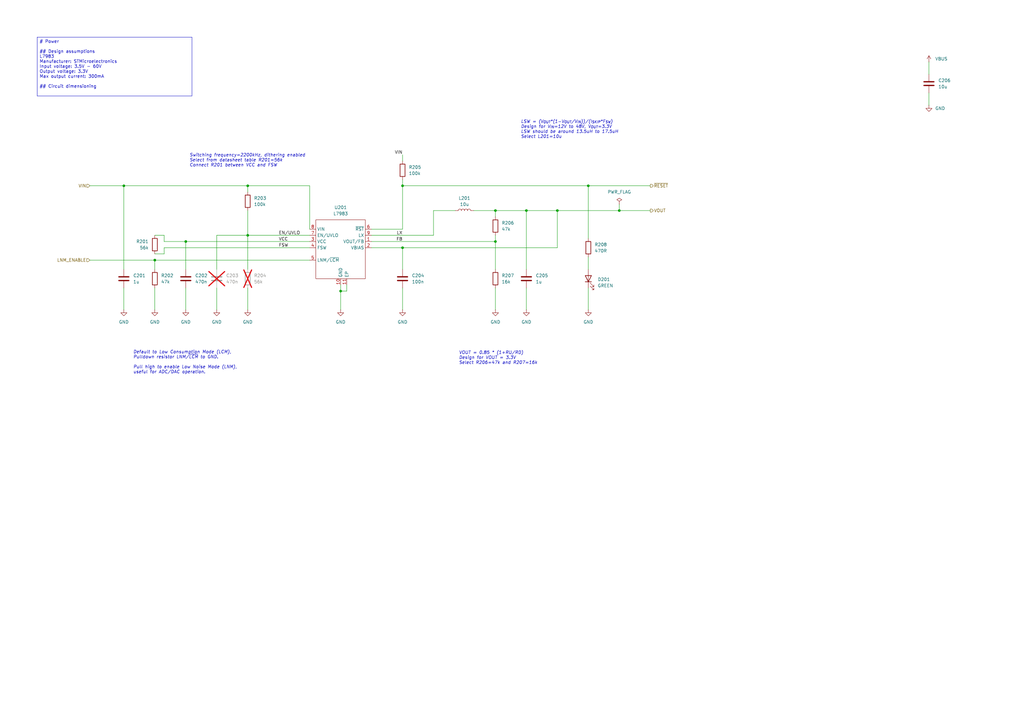
<source format=kicad_sch>
(kicad_sch (version 20231120) (generator "eeschema") (generator_version "8.0")
  (paper "A3")
  (title_block (title "CubeSat RP2040 Board") (rev "1") (company "Magnus Oksbøl Therkelsen") (comment 1 "Author: Magnus Oksbøl Therkelsen") (comment 2 "Checked by: "))
  (lib_symbols
    (symbol "Device:C" (pin_numbers hide) (pin_names (offset 0.254))
      (property "Reference" "C" (at 0.635 2.54 0))
      (property "Value" "C" (at 0.635 -2.54 0))
      (symbol "C_0_1"
        (polyline (pts (xy -2.032 -0.762) (xy 2.032 -0.762)) (stroke (width 0.508)))
        (polyline (pts (xy -2.032 0.762) (xy 2.032 0.762)) (stroke (width 0.508)))
      )
      (symbol "C_1_1"
        (pin passive line (at 0 3.81 270) (length 2.794) (name "~") (number "1"))
        (pin passive line (at 0 -3.81 90) (length 2.794) (name "~") (number "2"))
      )
    )
    (symbol "Device:L" (pin_numbers hide) (pin_names (offset 1.016) hide)
      (property "Reference" "L" (at -1.27 0 90))
      (property "Value" "L" (at 1.905 0 90))
      (symbol "L_0_1"
        (arc (start 0 -2.54) (mid 0.6323 -1.905) (end 0 -1.27))
        (arc (start 0 -1.27) (mid 0.6323 -0.635) (end 0 0))
        (arc (start 0 0) (mid 0.6323 0.635) (end 0 1.27))
        (arc (start 0 1.27) (mid 0.6323 1.905) (end 0 2.54))
      )
      (symbol "L_1_1"
        (pin passive line (at 0 3.81 270) (length 1.27) (name "1") (number "1"))
        (pin passive line (at 0 -3.81 90) (length 1.27) (name "2") (number "2"))
      )
    )
    (symbol "Device:LED" (pin_numbers hide) (pin_names (offset 1.016) hide)
      (property "Reference" "D" (at 0 2.54 0))
      (property "Value" "LED" (at 0 -2.54 0))
      (symbol "LED_0_1"
        (polyline (pts (xy -1.27 -1.27) (xy -1.27 1.27)) (stroke (width 0.254)))
        (polyline (pts (xy -1.27 0) (xy 1.27 0)))
        (polyline (pts (xy 1.27 -1.27) (xy 1.27 1.27) (xy -1.27 0) (xy 1.27 -1.27)) (stroke (width 0.254)))
        (polyline (pts (xy -3.048 -0.762) (xy -4.572 -2.286) (xy -3.81 -2.286) (xy -4.572 -2.286) (xy -4.572 -1.524)))
        (polyline (pts (xy -1.778 -0.762) (xy -3.302 -2.286) (xy -2.54 -2.286) (xy -3.302 -2.286) (xy -3.302 -1.524)))
      )
      (symbol "LED_1_1"
        (pin passive line (at -3.81 0 0) (length 2.54) (name "K") (number "1"))
        (pin passive line (at 3.81 0 180) (length 2.54) (name "A") (number "2"))
      )
    )
    (symbol "Device:R" (pin_numbers hide) (pin_names (offset 0))
      (property "Reference" "R" (at 2.032 0 90))
      (property "Value" "R" (at 0 0 90))
      (symbol "R_0_1"
        (rectangle (start -1.016 -2.54) (end 1.016 2.54) (stroke (width 0.254)))
      )
      (symbol "R_1_1"
        (pin passive line (at 0 3.81 270) (length 1.27) (name "~") (number "1"))
        (pin passive line (at 0 -3.81 90) (length 1.27) (name "~") (number "2"))
      )
    )
    (symbol "cubesat_rp2040:L7983"
      (property "Reference" "U" (at 0 12.7 0))
      (symbol "L7983_0_0"
        (pin input line (at 12.7 2.54 180) (length 2.54) (name "VOUT/FB") (number "1"))
        (pin power_in line (at 0 -15.24 90) (length 2.54) (name "GND") (number "10"))
        (pin power_in line (at 12.7 0 180) (length 2.54) (name "VBIAS") (number "2"))
        (pin power_out line (at -12.7 2.54 0) (length 2.54) (name "VCC") (number "3"))
        (pin input line (at -12.7 0 0) (length 2.54) (name "FSW") (number "4"))
        (pin open_collector line (at 12.7 7.62 180) (length 2.54) (name "~{RST}") (number "6"))
        (pin power_in line (at -12.7 7.62 0) (length 2.54) (name "VIN") (number "8"))
        (pin power_out line (at 12.7 5.08 180) (length 2.54) (name "LX") (number "9"))
      )
      (symbol "L7983_0_1"
        (rectangle (start -10.16 11.43) (end 10.16 -12.7))
      )
      (symbol "L7983_1_0"
        (pin power_in line (at 2.54 -15.24 90) (length 2.54) (name "EP") (number "11"))
        (pin input line (at -12.7 -5.08 0) (length 2.54) (name "LNM/~{LCM}") (number "5"))
        (pin input line (at -12.7 5.08 0) (length 2.54) (name "EN/UVLO") (number "7"))
      )
    )
    (symbol "power:GND" (power) (pin_numbers hide) (pin_names (offset 0) hide)
      (property "Value" "GND" (at 0 -3.81 0))
      (symbol "GND_0_1"
        (polyline (pts (xy 0 0) (xy 0 -1.27) (xy 1.27 -1.27) (xy 0 -2.54) (xy -1.27 -1.27) (xy 0 -1.27)))
      )
      (symbol "GND_1_1"
        (pin power_in line (at 0 0 270) (length 0) (name "~") (number "1"))
      )
    )
    (symbol "power:PWR_FLAG" (power) (pin_numbers hide) (pin_names (offset 0) hide)
      (property "Value" "PWR_FLAG" (at 0 3.81 0))
      (symbol "PWR_FLAG_0_0"
        (pin power_out line (at 0 0 90) (length 0) (name "~") (number "1"))
      )
      (symbol "PWR_FLAG_0_1"
        (polyline (pts (xy 0 0) (xy 0 1.27) (xy -1.016 1.905) (xy 0 2.54) (xy 1.016 1.905) (xy 0 1.27)))
      )
    )
    (symbol "power:VBUS" (power) (pin_numbers hide) (pin_names (offset 0) hide)
      (property "Value" "VBUS" (at 0 3.556 0))
      (symbol "VBUS_0_1"
        (polyline (pts (xy -0.762 1.27) (xy 0 2.54)))
        (polyline (pts (xy 0 0) (xy 0 2.54)))
        (polyline (pts (xy 0 2.54) (xy 0.762 1.27)))
      )
      (symbol "VBUS_1_1"
        (pin power_in line (at 0 0 90) (length 0) (name "~") (number "1"))
      )
    )
  )
  (junction (at 101.6 76.2))
  (junction (at 254 86.36))
  (junction (at 203.2 86.36))
  (junction (at 165.1 101.6))
  (junction (at 241.3 76.2))
  (junction (at 63.5 106.68))
  (junction (at 101.6 96.52))
  (junction (at 50.8 76.2))
  (junction (at 203.2 99.06))
  (junction (at 76.2 99.06))
  (junction (at 139.7 119.38))
  (junction (at 215.9 86.36))
  (junction (at 165.1 76.2))
  (junction (at 228.6 86.36))
  (wire (pts (xy 63.5 110.49) (xy 63.5 106.68)))
  (wire (pts (xy 241.3 105.41) (xy 241.3 110.49)))
  (wire (pts (xy 50.8 76.2) (xy 101.6 76.2)))
  (wire (pts (xy 254 86.36) (xy 266.7 86.36)))
  (wire (pts (xy 203.2 118.11) (xy 203.2 127)))
  (wire (pts (xy 165.1 110.49) (xy 165.1 101.6)))
  (wire (pts (xy 76.2 99.06) (xy 76.2 110.49)))
  (wire (pts (xy 50.8 76.2) (xy 50.8 110.49)))
  (wire (pts (xy 177.8 86.36) (xy 186.69 86.36)))
  (wire (pts (xy 67.31 96.52) (xy 67.31 99.06)))
  (wire (pts (xy 67.31 99.06) (xy 76.2 99.06)))
  (wire (pts (xy 76.2 99.06) (xy 127 99.06)))
  (wire (pts (xy 88.9 118.11) (xy 88.9 127)))
  (wire (pts (xy 165.1 101.6) (xy 228.6 101.6)))
  (wire (pts (xy 101.6 118.11) (xy 101.6 127)))
  (wire (pts (xy 88.9 96.52) (xy 101.6 96.52)))
  (wire (pts (xy 50.8 118.11) (xy 50.8 127)))
  (wire (pts (xy 165.1 76.2) (xy 241.3 76.2)))
  (wire (pts (xy 101.6 76.2) (xy 101.6 78.74)))
  (wire (pts (xy 228.6 101.6) (xy 228.6 86.36)))
  (wire (pts (xy 127 96.52) (xy 101.6 96.52)))
  (wire (pts (xy 241.3 76.2) (xy 266.7 76.2)))
  (wire (pts (xy 215.9 86.36) (xy 215.9 110.49)))
  (wire (pts (xy 203.2 86.36) (xy 203.2 88.9)))
  (wire (pts (xy 203.2 99.06) (xy 203.2 110.49)))
  (wire (pts (xy 215.9 86.36) (xy 228.6 86.36)))
  (wire (pts (xy 142.24 119.38) (xy 139.7 119.38)))
  (wire (pts (xy 63.5 104.14) (xy 67.31 104.14)))
  (wire (pts (xy 63.5 96.52) (xy 67.31 96.52)))
  (wire (pts (xy 241.3 118.11) (xy 241.3 127)))
  (wire (pts (xy 165.1 76.2) (xy 165.1 93.98)))
  (wire (pts (xy 228.6 86.36) (xy 254 86.36)))
  (wire (pts (xy 165.1 118.11) (xy 165.1 127)))
  (wire (pts (xy 203.2 99.06) (xy 203.2 96.52)))
  (wire (pts (xy 381 38.1) (xy 381 43.18)))
  (wire (pts (xy 165.1 73.66) (xy 165.1 76.2)))
  (wire (pts (xy 101.6 96.52) (xy 101.6 86.36)))
  (wire (pts (xy 63.5 106.68) (xy 127 106.68)))
  (wire (pts (xy 152.4 93.98) (xy 165.1 93.98)))
  (wire (pts (xy 241.3 76.2) (xy 241.3 97.79)))
  (wire (pts (xy 36.83 76.2) (xy 50.8 76.2)))
  (wire (pts (xy 194.31 86.36) (xy 203.2 86.36)))
  (wire (pts (xy 381 25.4) (xy 381 30.48)))
  (wire (pts (xy 203.2 86.36) (xy 215.9 86.36)))
  (wire (pts (xy 76.2 118.11) (xy 76.2 127)))
  (wire (pts (xy 139.7 119.38) (xy 139.7 127)))
  (wire (pts (xy 254 83.82) (xy 254 86.36)))
  (wire (pts (xy 127 76.2) (xy 127 93.98)))
  (wire (pts (xy 142.24 116.84) (xy 142.24 119.38)))
  (wire (pts (xy 63.5 118.11) (xy 63.5 127)))
  (wire (pts (xy 127 101.6) (xy 67.31 101.6)))
  (wire (pts (xy 177.8 96.52) (xy 152.4 96.52)))
  (wire (pts (xy 152.4 101.6) (xy 165.1 101.6)))
  (wire (pts (xy 101.6 96.52) (xy 101.6 110.49)))
  (wire (pts (xy 177.8 86.36) (xy 177.8 96.52)))
  (wire (pts (xy 101.6 76.2) (xy 127 76.2)))
  (wire (pts (xy 36.83 106.68) (xy 63.5 106.68)))
  (wire (pts (xy 88.9 110.49) (xy 88.9 96.52)))
  (wire (pts (xy 152.4 99.06) (xy 203.2 99.06)))
  (wire (pts (xy 67.31 104.14) (xy 67.31 101.6)))
  (wire (pts (xy 215.9 118.11) (xy 215.9 127)))
  (wire (pts (xy 165.1 63.5) (xy 165.1 66.04)))
  (wire (pts (xy 139.7 116.84) (xy 139.7 119.38)))
  (text_box "# Power\n\n## Design assumptions\nL7983\nManufacturer: STMicroelectronics\nInput voltage: 3.5V - 60V\nOutput voltage: 3.3V\nMax output current: 300mA\n\n## Circuit dimensioning\n\n\n\n\n\n\n\n" (exclude_from_sim yes) (at 15.24 15.24 0) (size 63.5 24.13) (effects (font (size 1.27 1.27)) (justify left top)))
  (text "Switching frequency=2200kHz, dithering enabled\nSelect from datasheet table ${8b4cc51d-f980-4fd6-b5b3-a3d6ff2a0396:REFERENCE}=${8b4cc51d-f980-4fd6-b5b3-a3d6ff2a0396:VALUE}\nConnect ${8b4cc51d-f980-4fd6-b5b3-a3d6ff2a0396:REFERENCE} between ${1539e669-9c2c-42b9-b888-3e355b942eae:PIN_NAME(3)} and ${1539e669-9c2c-42b9-b888-3e355b942eae:PIN_NAME(4)}" (at 77.724 65.786 0) (effects (font (size 1.27 1.27) (italic yes)) (justify left)))
  (text "VOUT = 0.85 * (1+RU/RD)\nDesign for VOUT = 3.3V\nSelect ${ac3b7b6c-0ba8-458c-b7a2-8973da524f00:REFERENCE}=${ac3b7b6c-0ba8-458c-b7a2-8973da524f00:VALUE} and ${5a5c522f-554e-45e0-81ce-7f0cdfb86b69:REFERENCE}=${5a5c522f-554e-45e0-81ce-7f0cdfb86b69:VALUE}" (at 188.214 146.812 0) (effects (font (size 1.27 1.27) (italic yes)) (justify left)))
  (text "Default to Low Consumption Mode (LCM),\nPulldown resistor LNM/~{LCM} to GND.\n\nPull high to enable Low Noise Mode (LNM), \nuseful for ADC/DAC operation." (at 54.61 148.59 0) (effects (font (size 1.27 1.27) (italic yes)) (justify left)))
  (text "LSW = (V_{OUT}*(1-V_{OUT}/V_{IN}))/(I_{SKIP}*F_{SW})\nDesign for V_{IN}=12V to 48V, V_{OUT}=3.3V\nLSW should be around 13.5uH to 17.5uH\nSelect ${4d901b85-0fa5-4058-af92-b92026fe9135:REFERENCE}=${4d901b85-0fa5-4058-af92-b92026fe9135:VALUE}" (at 213.614 53.086 0) (effects (font (size 1.27 1.27) (italic yes)) (justify left)))
  (label "LX" (at 165.1 96.52 180))
  (label "VIN" (at 165.1 63.5 180))
  (label "VCC" (at 114.3 99.06 0))
  (label "FB" (at 165.1 99.06 180))
  (label "FSW" (at 114.3 101.6 0))
  (label "EN{slash}UVLO" (at 114.3 96.52 0))
  (hierarchical_label "LNM_ENABLE" (shape input) (at 36.83 106.68 180))
  (hierarchical_label "~{RESET}" (shape output) (at 266.7 76.2 0))
  (hierarchical_label "VOUT" (shape output) (at 266.7 86.36 0))
  (hierarchical_label "VIN" (shape input) (at 36.83 76.2 180))
  (symbol (lib_id "Device:R") (at 241.3 101.6 0) (unit 1)
    (property "Reference" "R208" (at 243.84 100.3299 0) (effects (justify left)))
    (property "Value" "470R" (at 243.84 102.8699 0) (effects (justify left)))
    (property "Footprint" "cubesat_rp2040:R_0402_1005Metric" (effects (hide yes)))
    (property "Description" "Resistor" (effects (hide yes)))
    (property "MANUFACTURER" "Vishay" (effects (hide yes)))
    (property "Manufacturer_Name" "Vishay" (effects (hide yes)))
    (property "Manufacturer_Part_Number" "P-0402E4700FGxx" (effects (hide yes)))
  )
  (symbol (lib_id "power:PWR_FLAG") (at 254 83.82 0) (unit 1)
    (property "Reference" "#FLG0201" (effects (hide yes)))
    (property "Value" "PWR_FLAG" (at 254 78.74 0))
    (property "Description" "Special symbol for telling ERC where power comes from" (effects (hide yes)))
  )
  (symbol (lib_id "cubesat_rp2040:L7983") (at 139.7 101.6 0) (unit 1)
    (property "Reference" "U201" (at 139.7 85.09 0))
    (property "Value" "L7983" (at 139.7 87.63 0))
    (property "Footprint" "cubesat_rp2040:DFN-10-1EP_3x3mm_P0.5mm_EP0.62x0.98mm_Offset0.15mm" (effects (hide yes)))
    (property "Datasheet" "https://www.st.com/resource/en/datasheet/l7983.pdf" (effects (hide yes)))
    (property "Description" "60 V 300 mA synchronous step-down switching regulator with 10 µA quiescent current" (effects (hide yes)))
  )
  (symbol (lib_id "power:GND") (at 165.1 127 0) (unit 1)
    (property "Reference" "#PWR0207" (effects (hide yes)))
    (property "Value" "GND" (at 165.1 132.08 0))
    (property "Description" "Power symbol creates a global label with name \"GND\" , ground" (effects (hide yes)))
  )
  (symbol (lib_id "power:GND") (at 76.2 127 0) (unit 1)
    (property "Reference" "#PWR0203" (effects (hide yes)))
    (property "Value" "GND" (at 76.2 132.08 0))
    (property "Description" "Power symbol creates a global label with name \"GND\" , ground" (effects (hide yes)))
  )
  (symbol (lib_id "Device:C") (at 165.1 114.3 0) (unit 1)
    (property "Reference" "C204" (at 168.91 113.0299 0) (effects (justify left)))
    (property "Value" "100n" (at 168.91 115.5699 0) (effects (justify left)))
    (property "Footprint" "cubesat_rp2040:C_0402_1005Metric" (effects (hide yes)))
    (property "Description" "Unpolarized capacitor" (effects (hide yes)))
  )
  (symbol (lib_id "power:GND") (at 101.6 127 0) (unit 1)
    (property "Reference" "#PWR0205" (effects (hide yes)))
    (property "Value" "GND" (at 101.6 132.08 0))
    (property "Description" "Power symbol creates a global label with name \"GND\" , ground" (effects (hide yes)))
  )
  (symbol (lib_id "Device:L") (at 190.5 86.36 90) (unit 1)
    (property "Reference" "L201" (at 190.5 81.28 90))
    (property "Value" "10u" (at 190.5 83.82 90))
    (property "Footprint" "Inductor_SMD:L_1210_3225Metric" (effects (hide yes)))
    (property "Description" "Inductor" (effects (hide yes)))
  )
  (symbol (lib_id "Device:C") (at 381 34.29 0) (mirror y) (unit 1)
    (property "Reference" "C206" (at 384.81 33.0199 0) (effects (justify right)))
    (property "Value" "10u" (at 384.81 35.5599 0) (effects (justify right)))
    (property "Footprint" "Capacitor_SMD:C_0805_2012Metric" (effects (hide yes)))
    (property "Description" "Unpolarized capacitor" (effects (hide yes)))
  )
  (symbol (lib_id "Device:R") (at 101.6 82.55 180) (unit 1)
    (property "Reference" "R203" (at 104.14 81.2799 0) (effects (justify right)))
    (property "Value" "100k" (at 104.14 83.8199 0) (effects (justify right)))
    (property "Footprint" "cubesat_rp2040:R_0402_1005Metric" (effects (hide yes)))
    (property "Description" "Resistor" (effects (hide yes)))
    (property "MANUFACTURER" "Vishay" (effects (hide yes)))
    (property "Manufacturer_Name" "Vishay" (effects (hide yes)))
    (property "Manufacturer_Part_Number" "P-0402E1003FGxx" (effects (hide yes)))
  )
  (symbol (lib_id "Device:R") (at 203.2 114.3 0) (unit 1)
    (property "Reference" "R207" (at 205.74 113.0299 0) (effects (justify left)))
    (property "Value" "16k" (at 205.74 115.5699 0) (effects (justify left)))
    (property "Footprint" "cubesat_rp2040:R_0402_1005Metric" (effects (hide yes)))
    (property "Description" "Resistor" (effects (hide yes)))
    (property "MANUFACTURER" "Vishay" (effects (hide yes)))
    (property "Manufacturer_Name" "Vishay" (effects (hide yes)))
    (property "Manufacturer_Part_Number" "P-0402E1602FGxx" (effects (hide yes)))
  )
  (symbol (lib_id "Device:R") (at 165.1 69.85 0) (unit 1)
    (property "Reference" "R205" (at 167.64 68.5799 0) (effects (justify left)))
    (property "Value" "100k" (at 167.64 71.1199 0) (effects (justify left)))
    (property "Footprint" "cubesat_rp2040:R_0402_1005Metric" (effects (hide yes)))
    (property "Description" "Resistor" (effects (hide yes)))
    (property "MANUFACTURER" "Vishay" (effects (hide yes)))
    (property "Manufacturer_Name" "Vishay" (effects (hide yes)))
    (property "Manufacturer_Part_Number" "P-0402E1003FGxx" (effects (hide yes)))
  )
  (symbol (lib_id "Device:LED") (at 241.3 114.3 90) (unit 1)
    (property "Reference" "D201" (at 245.11 114.6174 90) (effects (justify right)))
    (property "Value" "GREEN" (at 245.11 117.1574 90) (effects (justify right)))
    (property "Footprint" "LED_SMD:LED_0402_1005Metric" (effects (hide yes)))
    (property "Description" "Light emitting diode" (effects (hide yes)))
  )
  (symbol (lib_id "Device:C") (at 215.9 114.3 0) (unit 1)
    (property "Reference" "C205" (at 219.71 113.0299 0) (effects (justify left)))
    (property "Value" "1u" (at 219.71 115.5699 0) (effects (justify left)))
    (property "Footprint" "Capacitor_SMD:C_0805_2012Metric" (effects (hide yes)))
    (property "Description" "Unpolarized capacitor" (effects (hide yes)))
  )
  (symbol (lib_id "Device:R") (at 63.5 114.3 0) (unit 1)
    (property "Reference" "R202" (at 66.04 113.0299 0) (effects (justify left)))
    (property "Value" "47k" (at 66.04 115.5699 0) (effects (justify left)))
    (property "Footprint" "cubesat_rp2040:R_0402_1005Metric" (effects (hide yes)))
    (property "Description" "Resistor" (effects (hide yes)))
    (property "MANUFACTURER" "Vishay" (effects (hide yes)))
    (property "Manufacturer_Name" "Vishay" (effects (hide yes)))
    (property "Manufacturer_Part_Number" "P-0402E4702FGxx" (effects (hide yes)))
  )
  (symbol (lib_id "Device:R") (at 63.5 100.33 180) (unit 1)
    (property "Reference" "R201" (at 60.96 99.0599 0) (effects (justify left)))
    (property "Value" "56k" (at 60.96 101.5999 0) (effects (justify left)))
    (property "Footprint" "cubesat_rp2040:R_0402_1005Metric" (effects (hide yes)))
    (property "Description" "Resistor" (effects (hide yes)))
    (property "MANUFACTURER" "Vishay" (effects (hide yes)))
    (property "Manufacturer_Name" "Vishay" (effects (hide yes)))
    (property "Manufacturer_Part_Number" "P-0402E5602FGxx" (effects (hide yes)))
  )
  (symbol (lib_id "power:GND") (at 381 43.18 0) (unit 1)
    (property "Reference" "#PWR0212" (effects (hide yes)))
    (property "Value" "GND" (at 383.54 44.4499 0) (effects (justify left)))
    (property "Description" "Power symbol creates a global label with name \"GND\" , ground" (effects (hide yes)))
  )
  (symbol (lib_id "power:GND") (at 215.9 127 0) (unit 1)
    (property "Reference" "#PWR0209" (effects (hide yes)))
    (property "Value" "GND" (at 215.9 132.08 0))
    (property "Description" "Power symbol creates a global label with name \"GND\" , ground" (effects (hide yes)))
  )
  (symbol (lib_id "Device:C") (at 76.2 114.3 0) (unit 1)
    (property "Reference" "C202" (at 80.01 113.0299 0) (effects (justify left)))
    (property "Value" "470n" (at 80.01 115.5699 0) (effects (justify left)))
    (property "Footprint" "cubesat_rp2040:C_0402_1005Metric" (effects (hide yes)))
    (property "Description" "Unpolarized capacitor" (effects (hide yes)))
  )
  (symbol (lib_id "power:GND") (at 63.5 127 0) (unit 1)
    (property "Reference" "#PWR0202" (effects (hide yes)))
    (property "Value" "GND" (at 63.5 132.08 0))
    (property "Description" "Power symbol creates a global label with name \"GND\" , ground" (effects (hide yes)))
  )
  (symbol (lib_id "power:GND") (at 241.3 127 0) (unit 1)
    (property "Reference" "#PWR0210" (effects (hide yes)))
    (property "Value" "GND" (at 241.3 132.08 0))
    (property "Description" "Power symbol creates a global label with name \"GND\" , ground" (effects (hide yes)))
  )
  (symbol (lib_id "power:GND") (at 139.7 127 0) (unit 1)
    (property "Reference" "#PWR0206" (effects (hide yes)))
    (property "Value" "GND" (at 139.7 132.08 0))
    (property "Description" "Power symbol creates a global label with name \"GND\" , ground" (effects (hide yes)))
  )
  (symbol (lib_id "power:GND") (at 50.8 127 0) (unit 1)
    (property "Reference" "#PWR0201" (effects (hide yes)))
    (property "Value" "GND" (at 50.8 132.08 0))
    (property "Description" "Power symbol creates a global label with name \"GND\" , ground" (effects (hide yes)))
  )
  (symbol (lib_id "power:GND") (at 203.2 127 0) (unit 1)
    (property "Reference" "#PWR0208" (effects (hide yes)))
    (property "Value" "GND" (at 203.2 132.08 0))
    (property "Description" "Power symbol creates a global label with name \"GND\" , ground" (effects (hide yes)))
  )
  (symbol (lib_id "Device:R") (at 203.2 92.71 0) (unit 1)
    (property "Reference" "R206" (at 205.74 91.4399 0) (effects (justify left)))
    (property "Value" "47k" (at 205.74 93.9799 0) (effects (justify left)))
    (property "Footprint" "cubesat_rp2040:R_0402_1005Metric" (effects (hide yes)))
    (property "Description" "Resistor" (effects (hide yes)))
    (property "MANUFACTURER" "Vishay" (effects (hide yes)))
    (property "Manufacturer_Name" "Vishay" (effects (hide yes)))
    (property "Manufacturer_Part_Number" "P-0402E4702FGxx" (effects (hide yes)))
  )
  (symbol (lib_id "Device:C") (at 50.8 114.3 0) (unit 1)
    (property "Reference" "C201" (at 54.61 113.0299 0) (effects (justify left)))
    (property "Value" "1u" (at 54.61 115.5699 0) (effects (justify left)))
    (property "Footprint" "Capacitor_SMD:C_0805_2012Metric" (effects (hide yes)))
    (property "Description" "Unpolarized capacitor" (effects (hide yes)))
  )
  (symbol (lib_id "power:GND") (at 88.9 127 0) (unit 1)
    (property "Reference" "#PWR0204" (effects (hide yes)))
    (property "Value" "GND" (at 88.9 132.08 0))
    (property "Description" "Power symbol creates a global label with name \"GND\" , ground" (effects (hide yes)))
  )
  (symbol (lib_id "Device:R") (at 101.6 114.3 180) (unit 1) (dnp yes)
    (property "Reference" "R204" (at 104.14 113.0299 0) (effects (justify right)))
    (property "Value" "56k" (at 104.14 115.5699 0) (effects (justify right)))
    (property "Footprint" "cubesat_rp2040:R_0402_1005Metric" (effects (hide yes)))
    (property "Description" "Resistor" (effects (hide yes)))
    (property "MANUFACTURER" "Vishay" (effects (hide yes)))
    (property "Manufacturer_Name" "Vishay" (effects (hide yes)))
    (property "Manufacturer_Part_Number" "P-0402E5602FGxx" (effects (hide yes)))
  )
  (symbol (lib_id "Device:C") (at 88.9 114.3 0) (unit 1) (dnp yes)
    (property "Reference" "C203" (at 92.71 113.0299 0) (effects (justify left)))
    (property "Value" "470n" (at 92.71 115.5699 0) (effects (justify left)))
    (property "Footprint" "cubesat_rp2040:C_0402_1005Metric" (effects (hide yes)))
    (property "Description" "Unpolarized capacitor" (effects (hide yes)))
  )
  (symbol (lib_id "power:VBUS") (at 381 25.4 0) (unit 1)
    (property "Reference" "#PWR0211" (effects (hide yes)))
    (property "Value" "VBUS" (at 383.54 24.1299 0) (effects (justify left)))
    (property "Description" "Power symbol creates a global label with name \"VBUS\"" (effects (hide yes)))
  )
)
</source>
